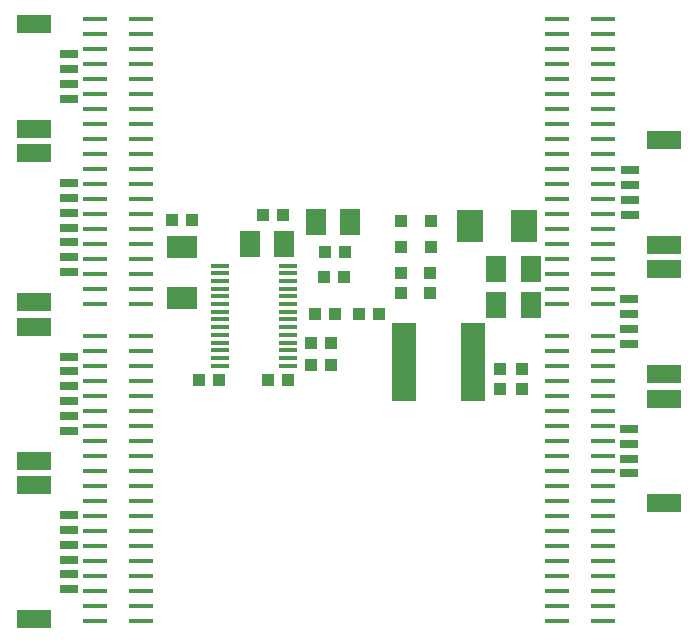
<source format=gtp>
G04*
G04 #@! TF.GenerationSoftware,Altium Limited,Altium Designer,23.6.0 (18)*
G04*
G04 Layer_Color=8421504*
%FSLAX44Y44*%
%MOMM*%
G71*
G04*
G04 #@! TF.SameCoordinates,C0EE57D9-4E2B-4701-80FF-B58ABC17C381*
G04*
G04*
G04 #@! TF.FilePolarity,Positive*
G04*
G01*
G75*
%ADD16R,1.0000X1.1000*%
%ADD17R,2.0000X6.7100*%
%ADD18R,1.5000X0.8000*%
%ADD19R,3.0000X1.6000*%
%ADD20R,2.0000X0.4500*%
%ADD21R,1.7900X2.2100*%
%ADD22R,2.2000X2.8000*%
%ADD23R,1.1000X1.0000*%
%ADD24R,2.6000X1.9000*%
%ADD25R,1.1000X1.1000*%
%ADD26R,1.5700X0.4100*%
D16*
X652000Y1036750D02*
D03*
Y1053750D02*
D03*
X633000Y1053500D02*
D03*
Y1036500D02*
D03*
X574000Y1134500D02*
D03*
Y1117500D02*
D03*
X549000Y1135000D02*
D03*
Y1118000D02*
D03*
D17*
X552140Y1059250D02*
D03*
X609860D02*
D03*
D18*
X267750Y1319750D02*
D03*
Y1307250D02*
D03*
Y1294750D02*
D03*
Y1282250D02*
D03*
X742500Y1074750D02*
D03*
Y1087250D02*
D03*
Y1099750D02*
D03*
Y1112250D02*
D03*
Y965000D02*
D03*
Y977500D02*
D03*
Y990000D02*
D03*
Y1002500D02*
D03*
X742750Y1184000D02*
D03*
Y1196500D02*
D03*
Y1209000D02*
D03*
Y1221500D02*
D03*
X267750Y1210500D02*
D03*
Y1198000D02*
D03*
Y1185500D02*
D03*
Y1173000D02*
D03*
Y1160500D02*
D03*
Y1148000D02*
D03*
Y1135500D02*
D03*
Y1001250D02*
D03*
Y1013750D02*
D03*
Y1026250D02*
D03*
Y1038750D02*
D03*
Y1051250D02*
D03*
Y1063750D02*
D03*
Y867000D02*
D03*
Y879500D02*
D03*
Y892000D02*
D03*
Y904500D02*
D03*
Y917000D02*
D03*
Y929500D02*
D03*
D19*
X238750Y1345250D02*
D03*
Y1256750D02*
D03*
X771500Y1049250D02*
D03*
Y1137750D02*
D03*
Y939500D02*
D03*
Y1028000D02*
D03*
X771750Y1158500D02*
D03*
Y1247000D02*
D03*
X238750Y1236000D02*
D03*
Y1110000D02*
D03*
Y975750D02*
D03*
Y1089250D02*
D03*
Y841500D02*
D03*
Y955000D02*
D03*
D20*
X720000Y1350000D02*
D03*
Y1337300D02*
D03*
Y1324600D02*
D03*
Y1311900D02*
D03*
Y1273800D02*
D03*
Y1286500D02*
D03*
Y1299200D02*
D03*
Y1261100D02*
D03*
Y1248400D02*
D03*
Y1235700D02*
D03*
Y1223000D02*
D03*
Y1210300D02*
D03*
Y1172200D02*
D03*
Y1184900D02*
D03*
Y1197600D02*
D03*
Y1159500D02*
D03*
Y1146800D02*
D03*
Y1134100D02*
D03*
Y1121400D02*
D03*
Y1108700D02*
D03*
X681000Y1350000D02*
D03*
Y1337300D02*
D03*
Y1324600D02*
D03*
Y1311900D02*
D03*
Y1273800D02*
D03*
Y1286500D02*
D03*
Y1299200D02*
D03*
Y1261100D02*
D03*
Y1248400D02*
D03*
Y1235700D02*
D03*
Y1223000D02*
D03*
Y1210300D02*
D03*
Y1172200D02*
D03*
Y1184900D02*
D03*
Y1197600D02*
D03*
Y1159500D02*
D03*
Y1146800D02*
D03*
Y1134100D02*
D03*
Y1121400D02*
D03*
Y1108700D02*
D03*
X329000Y1350000D02*
D03*
Y1337300D02*
D03*
Y1324600D02*
D03*
Y1311900D02*
D03*
Y1273800D02*
D03*
Y1286500D02*
D03*
Y1299200D02*
D03*
Y1261100D02*
D03*
Y1248400D02*
D03*
Y1235700D02*
D03*
Y1223000D02*
D03*
Y1210300D02*
D03*
Y1172200D02*
D03*
Y1184900D02*
D03*
Y1197600D02*
D03*
Y1159500D02*
D03*
Y1146800D02*
D03*
Y1134100D02*
D03*
Y1121400D02*
D03*
Y1108700D02*
D03*
X290000Y1350000D02*
D03*
Y1337300D02*
D03*
Y1324600D02*
D03*
Y1311900D02*
D03*
Y1273800D02*
D03*
Y1286500D02*
D03*
Y1299200D02*
D03*
Y1261100D02*
D03*
Y1248400D02*
D03*
Y1235700D02*
D03*
Y1223000D02*
D03*
Y1210300D02*
D03*
Y1172200D02*
D03*
Y1184900D02*
D03*
Y1197600D02*
D03*
Y1159500D02*
D03*
Y1146800D02*
D03*
Y1134100D02*
D03*
Y1121400D02*
D03*
Y1108700D02*
D03*
X681000Y840100D02*
D03*
Y852800D02*
D03*
Y865500D02*
D03*
Y878200D02*
D03*
Y890900D02*
D03*
Y929000D02*
D03*
Y916300D02*
D03*
Y903600D02*
D03*
Y941700D02*
D03*
Y954400D02*
D03*
Y967100D02*
D03*
Y979800D02*
D03*
Y992500D02*
D03*
Y1030600D02*
D03*
Y1017900D02*
D03*
Y1005200D02*
D03*
Y1043300D02*
D03*
Y1056000D02*
D03*
Y1068700D02*
D03*
Y1081400D02*
D03*
X720000Y840100D02*
D03*
Y852800D02*
D03*
Y865500D02*
D03*
Y878200D02*
D03*
Y890900D02*
D03*
Y929000D02*
D03*
Y916300D02*
D03*
Y903600D02*
D03*
Y941700D02*
D03*
Y954400D02*
D03*
Y967100D02*
D03*
Y979800D02*
D03*
Y992500D02*
D03*
Y1030600D02*
D03*
Y1017900D02*
D03*
Y1005200D02*
D03*
Y1043300D02*
D03*
Y1056000D02*
D03*
Y1068700D02*
D03*
Y1081400D02*
D03*
X290000Y840100D02*
D03*
Y852800D02*
D03*
Y865500D02*
D03*
Y878200D02*
D03*
Y890900D02*
D03*
Y929000D02*
D03*
Y916300D02*
D03*
Y903600D02*
D03*
Y941700D02*
D03*
Y954400D02*
D03*
Y967100D02*
D03*
Y979800D02*
D03*
Y992500D02*
D03*
Y1030600D02*
D03*
Y1017900D02*
D03*
Y1005200D02*
D03*
Y1043300D02*
D03*
Y1056000D02*
D03*
Y1068700D02*
D03*
Y1081400D02*
D03*
X329000Y840100D02*
D03*
Y852800D02*
D03*
Y865500D02*
D03*
Y878200D02*
D03*
Y890900D02*
D03*
Y929000D02*
D03*
Y916300D02*
D03*
Y903600D02*
D03*
Y941700D02*
D03*
Y954400D02*
D03*
Y967100D02*
D03*
Y979800D02*
D03*
Y992500D02*
D03*
Y1030600D02*
D03*
Y1017900D02*
D03*
Y1005200D02*
D03*
Y1043300D02*
D03*
Y1056000D02*
D03*
Y1068700D02*
D03*
Y1081400D02*
D03*
D21*
X629650Y1138000D02*
D03*
X658850D02*
D03*
X629800Y1107250D02*
D03*
X659000D02*
D03*
X450350Y1159250D02*
D03*
X421150D02*
D03*
X506350Y1177500D02*
D03*
X477150D02*
D03*
D22*
X608000Y1174000D02*
D03*
X653000D02*
D03*
D23*
X485000Y1152000D02*
D03*
X502000D02*
D03*
X355000Y1179750D02*
D03*
X372000D02*
D03*
X530750Y1099500D02*
D03*
X513750D02*
D03*
X473000Y1075250D02*
D03*
X490000D02*
D03*
X473000Y1057000D02*
D03*
X490000D02*
D03*
X453750Y1044250D02*
D03*
X436750D02*
D03*
X395500Y1043750D02*
D03*
X378500D02*
D03*
X432500Y1184000D02*
D03*
X449500D02*
D03*
X493250Y1099750D02*
D03*
X476250D02*
D03*
X501250Y1131250D02*
D03*
X484250D02*
D03*
D24*
X364000Y1156250D02*
D03*
Y1113250D02*
D03*
D25*
X549000Y1157000D02*
D03*
X549000Y1179000D02*
D03*
X575000Y1157000D02*
D03*
X575000Y1179000D02*
D03*
D26*
X395830Y1140750D02*
D03*
Y1134250D02*
D03*
Y1127750D02*
D03*
Y1121250D02*
D03*
Y1114750D02*
D03*
Y1108250D02*
D03*
Y1101750D02*
D03*
Y1095250D02*
D03*
Y1088750D02*
D03*
Y1082250D02*
D03*
Y1075750D02*
D03*
Y1069250D02*
D03*
Y1062750D02*
D03*
Y1056250D02*
D03*
X453330Y1140750D02*
D03*
Y1134250D02*
D03*
Y1127750D02*
D03*
Y1121250D02*
D03*
Y1114750D02*
D03*
Y1108250D02*
D03*
Y1101750D02*
D03*
Y1095250D02*
D03*
Y1088750D02*
D03*
Y1082250D02*
D03*
Y1075750D02*
D03*
Y1069250D02*
D03*
Y1062750D02*
D03*
Y1056250D02*
D03*
M02*

</source>
